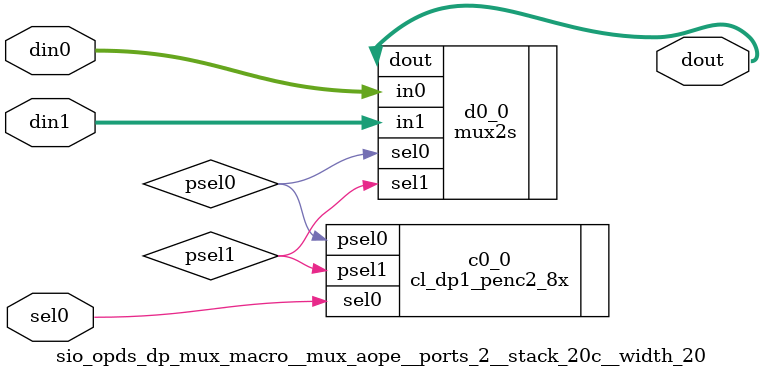
<source format=v>
module sio_opds_dp (
  opds_packet_data, 
  opds_packet_parity, 
  opddqx0_dout, 
  opddqx1_dout, 
  opddqx0_pout, 
  opddqx1_pout, 
  opdhqx_dout, 
  opcs_new_opdhqx1, 
  opcs_new_opdhqx0, 
  ncu_sio_d_pei, 
  opcs_opds_reloadhdr, 
  opcs_opds_selhdr, 
  sio_mb1_opdhq_sel, 
  sio_mb1_opddq0_sel, 
  sio_mb1_opddq1_sel, 
  opds_read_data, 
  sio_mb1_run, 
  opcs_opddq0_rd_en, 
  opcs_opddq1_rd_en, 
  opcs_opdhq_rd_en, 
  mb1_opddq0_rd_en, 
  mb1_opddq1_rd_en, 
  mb1_opdhq_rd_en, 
  opds_opddq0_rd_en, 
  opds_opddq1_rd_en, 
  opds_opdhq_rd_en, 
  opcs_opddq0_rd_addr, 
  opcs_opddq1_rd_addr, 
  opcs_opdhq_rd_addr, 
  mb1_opddq0_rd_addr, 
  mb1_opddq1_rd_addr, 
  mb1_opdhq_rd_addr, 
  opds_opddq0_rd_addr, 
  opds_opddq1_rd_addr, 
  opds_opdhq_rd_addr, 
  parity_result, 
  iol2clk, 
  tcu_scan_en, 
  scan_in, 
  tcu_aclk, 
  tcu_bclk, 
  tcu_pce_ov, 
  tcu_clk_stop, 
  scan_out);
wire se;
wire siclk;
wire soclk;
wire pce_ov;
wire stop;
wire [63:0] opdhqx1_dout;
wire [63:0] opdhqx0_dout;
wire [63:0] packet_data0;
wire [63:0] packet_data1;
wire [7:0] packet_parity;
wire ff_packet_data0_h_scanin;
wire ff_packet_data0_h_scanout;
wire [63:0] packet_data0_next;
wire ff_packet_data0_l_scanin;
wire ff_packet_data0_l_scanout;
wire ff_packet_data1_h_scanin;
wire ff_packet_data1_h_scanout;
wire [63:0] packet_data1_next;
wire ff_packet_data1_l_scanin;
wire ff_packet_data1_l_scanout;
wire [7:0] packet_parity_next;
wire [3:0] packet_parity_next_buf;
wire ff_packet_parity_scanin;
wire ff_packet_parity_scanout;
wire [63:0] opds_qx0_data;
wire [63:0] opds_qx1_data;
wire [3:0] opddqx0_pout_inv;
wire [3:0] opddqx1_pout_inv;
wire [3:0] pgenx0_;
wire [3:0] pgenx1_;
wire err_inj_lsb;
wire [63:0] opds_qx0_rewired_data;
wire [63:0] opds_qx1_rewired_data;
wire ff_opdhqxout_scanin;
wire ff_opdhqxout_scanout;
wire [31:0] opdhqx_dout_reg;
wire mbist_read_unused;


   output [127:0]    opds_packet_data ;
   output [7:0]      opds_packet_parity;

   input [63:0] opddqx0_dout;
   input [63:0] opddqx1_dout;
   input [7:0]  opddqx0_pout;
   input [7:0]  opddqx1_pout;
   input [31:0] opdhqx_dout;
   input [63:0] opcs_new_opdhqx1;
   input [63:0] opcs_new_opdhqx0;
   input 	ncu_sio_d_pei;

   input 	opcs_opds_reloadhdr;
   input 	opcs_opds_selhdr;

   // for mb1
   input        sio_mb1_opdhq_sel; 
   input 	sio_mb1_opddq0_sel; 
   input 	sio_mb1_opddq1_sel; 
   output [71:0]      opds_read_data;
  
   // for mb1 - mux between the rd_en, rd_addr
   input 	      sio_mb1_run;
   input 	      opcs_opddq0_rd_en;
   input 	      opcs_opddq1_rd_en;
   input 	      opcs_opdhq_rd_en;
   input 	      mb1_opddq0_rd_en;
   input 	      mb1_opddq1_rd_en;
   input 	      mb1_opdhq_rd_en;
   output 	      opds_opddq0_rd_en;
   output 	      opds_opddq1_rd_en;
   output 	      opds_opdhq_rd_en;   

   input  [5:0]	      opcs_opddq0_rd_addr;
   input  [5:0]	      opcs_opddq1_rd_addr;
   input  [3:0]	      opcs_opdhq_rd_addr;
   input  [5:0]	      mb1_opddq0_rd_addr;
   input  [5:0]	      mb1_opddq1_rd_addr;
   input  [3:0]	      mb1_opdhq_rd_addr;
   output [5:0]	      opds_opddq0_rd_addr;
   output [5:0]	      opds_opddq1_rd_addr;
   output [3:0]	      opds_opdhq_rd_addr;   
   output [7:0]	      parity_result;   

   input 	iol2clk;
   input 	tcu_scan_en;
   input 	scan_in;
   input 	tcu_aclk;
   input 	tcu_bclk; 
   input 	tcu_pce_ov;
   input 	tcu_clk_stop;
   output 	scan_out;

   // scan renames
   assign 	se = tcu_scan_en;
   assign 	siclk = tcu_aclk;
   assign 	soclk = tcu_bclk;
   assign 	pce_ov = tcu_pce_ov;
   assign 	stop = tcu_clk_stop;
   // end scan

   // header format SIO->IO:
   // [127:122] : Command
   //             127=Response bit
   //             126=Posted bit
   //             125=Read bit
   //             124=WriteByteMask Active
   //             123=L2 bit
   //             122=IOB bit
   // [121:84]    Reserved
   // [83:83]     Reserved
   // [82:82]     Reserved
   // [81:81]     Unmapped Address Error -- will never happen
   // [80:80]     Uncorrectable Error
   // [79:64]     ID[15:0]
   // [63:62]     Reserved
   // [61:56]     CtagEcc[5:0]
   // [55: 0]     Reserved
   

   assign opdhqx1_dout[63:0] = opcs_new_opdhqx1[63:0];
   assign opdhqx0_dout[63:0] = opcs_new_opdhqx0[63:0];

   assign 	opds_packet_data[127:0] = {packet_data0[63:0], packet_data1[63:0]};

   assign 	opds_packet_parity[7:0] = {packet_parity[7], packet_parity[6], packet_parity[5], packet_parity[4],
					   packet_parity[3], packet_parity[2], packet_parity[1], packet_parity[0]};   

   sio_opds_dp_msff_macro__stack_32l__width_32 ff_packet_data0_h   (
						     .scan_in(ff_packet_data0_h_scanin),
						     .scan_out(ff_packet_data0_h_scanout),
						     .clk (iol2clk),
						     .din (packet_data0_next[63:32]),
						     .dout (packet_data0[63:32]),
						     .en  (1'b1),
  .se(se),
  .siclk(siclk),
  .soclk(soclk),
  .pce_ov(pce_ov),
  .stop(stop)
						     );

   sio_opds_dp_msff_macro__stack_32l__width_32 ff_packet_data0_l   (
						     .scan_in(ff_packet_data0_l_scanin),
						     .scan_out(ff_packet_data0_l_scanout),
						     .clk (iol2clk),
						     .din (packet_data0_next[31:0]),
						     .dout (packet_data0[31:0]),
						     .en  (1'b1),
  .se(se),
  .siclk(siclk),
  .soclk(soclk),
  .pce_ov(pce_ov),
  .stop(stop)
						     );
   
   
   sio_opds_dp_msff_macro__stack_32l__width_32 ff_packet_data1_h   (
						     .scan_in(ff_packet_data1_h_scanin),
						     .scan_out(ff_packet_data1_h_scanout),
						     .clk (iol2clk),
						     .din (packet_data1_next[63:32]),
						     .dout (packet_data1[63:32]),
						     .en  (1'b1),
  .se(se),
  .siclk(siclk),
  .soclk(soclk),
  .pce_ov(pce_ov),
  .stop(stop)
						     );

   sio_opds_dp_msff_macro__stack_32l__width_32 ff_packet_data1_l   (
						     .scan_in(ff_packet_data1_l_scanin),
						     .scan_out(ff_packet_data1_l_scanout),
						     .clk (iol2clk),
						     .din (packet_data1_next[31:0]),
						     .dout (packet_data1[31:0]),
						     .en  (1'b1),
  .se(se),
  .siclk(siclk),
  .soclk(soclk),
  .pce_ov(pce_ov),
  .stop(stop)
						     );

   sio_opds_dp_buff_macro__minbuff_1__stack_4l__width_4  buf_packet_parity    (
                        .din (packet_parity_next[3:0]),
                        .dout (packet_parity_next_buf[3:0])
                        );
			
   sio_opds_dp_msff_macro__left_32__stack_64c__width_8 ff_packet_parity    (
						       .scan_in(ff_packet_parity_scanin),
						       .scan_out(ff_packet_parity_scanout),
						       .clk (iol2clk),
						       .din ({packet_parity_next[7:4],packet_parity_next_buf[3:0]}),
						       .dout (packet_parity[7:0]),
						       .en  (1'b1),
  .se(se),
  .siclk(siclk),
  .soclk(soclk),
  .pce_ov(pce_ov),
  .stop(stop)
						       );

				       
   assign 	packet_data0_next[63:0] = opds_qx0_data[63:0];
   assign 	packet_data1_next[63:0] = opds_qx1_data[63:0];
   assign 	packet_parity_next[7:0]	= {opddqx0_pout_inv[3:0], opddqx1_pout_inv[3:0]};

   //assign 	packet_parity_next[7:0] = {pgenx0[3], pgenx0[2], pgenx0[1], pgenx0[0],
//					   pgenx1[3], pgenx1[2], pgenx1[1], pgenx1[0]};

   sio_opds_dp_xor_macro__ports_2__stack_8r__width_8 xor_compare    (
        .din0 ({opddqx0_pout[3:0],opddqx1_pout[3:0]}),
        .din1 ({pgenx0_[3:0], pgenx1_[3:0]}),
	.dout (parity_result[7:0])
        );


   sio_opds_dp_mux_macro__mux_aope__ports_2__stack_64c__width_64  mx21_opds_qx0_data     (
	.dout (opds_qx0_data[63:0]),
	.din0 ({opdhqx0_dout[63:0]}),
	.din1 ({opddqx0_dout[63:0]}),
	.sel0 (opcs_opds_selhdr)
	);

   sio_opds_dp_mux_macro__mux_aope__ports_2__stack_64c__width_64  mx21_opds_qx1_data     (
	.dout (opds_qx1_data[63:0]),
	.din0 ({opdhqx1_dout[63:0]}),
	.din1 ({opddqx1_dout[63:1],err_inj_lsb}),
	.sel0 (opcs_opds_selhdr)
	);

   sio_opds_dp_xor_macro__left_1__stack_4r__width_1  xor2_err_inj_lsb    (
        .din0  (opddqx1_dout[0]),
        .din1  (ncu_sio_d_pei),
        .dout  (err_inj_lsb)
        );



// INTERLEAVED PARITY CODE
//
// pgenx

   assign opds_qx0_rewired_data[63:0] = {
					 opds_qx0_data[63], opds_qx0_data[61], opds_qx0_data[59], opds_qx0_data[57],
					 opds_qx0_data[55], opds_qx0_data[53], opds_qx0_data[51], opds_qx0_data[49],
					 opds_qx0_data[47], opds_qx0_data[45], opds_qx0_data[43], opds_qx0_data[41],
					 opds_qx0_data[39], opds_qx0_data[37], opds_qx0_data[35], opds_qx0_data[33],

					 opds_qx0_data[62], opds_qx0_data[60], opds_qx0_data[58], opds_qx0_data[56],
					 opds_qx0_data[54], opds_qx0_data[52], opds_qx0_data[50], opds_qx0_data[48],
					 opds_qx0_data[46], opds_qx0_data[44], opds_qx0_data[42], opds_qx0_data[40],
					 opds_qx0_data[38], opds_qx0_data[36], opds_qx0_data[34], opds_qx0_data[32],

					 opds_qx0_data[31], opds_qx0_data[29], opds_qx0_data[27], opds_qx0_data[25],
					 opds_qx0_data[23], opds_qx0_data[21], opds_qx0_data[19], opds_qx0_data[17],
					 opds_qx0_data[15], opds_qx0_data[13], opds_qx0_data[11], opds_qx0_data[ 9],
					 opds_qx0_data[ 7], opds_qx0_data[ 5], opds_qx0_data[ 3], opds_qx0_data[ 1],

					 opds_qx0_data[30], opds_qx0_data[28], opds_qx0_data[26], opds_qx0_data[24],
					 opds_qx0_data[22], opds_qx0_data[20], opds_qx0_data[18], opds_qx0_data[16],
					 opds_qx0_data[14], opds_qx0_data[12], opds_qx0_data[10], opds_qx0_data[ 8],
					 opds_qx0_data[ 6], opds_qx0_data[ 4], opds_qx0_data[ 2], opds_qx0_data[ 0]
					 };
   

   assign opds_qx1_rewired_data[63:0] = {
					 opds_qx1_data[63], opds_qx1_data[61], opds_qx1_data[59], opds_qx1_data[57],
					 opds_qx1_data[55], opds_qx1_data[53], opds_qx1_data[51], opds_qx1_data[49],
					 opds_qx1_data[47], opds_qx1_data[45], opds_qx1_data[43], opds_qx1_data[41],
					 opds_qx1_data[39], opds_qx1_data[37], opds_qx1_data[35], opds_qx1_data[33],

					 opds_qx1_data[62], opds_qx1_data[60], opds_qx1_data[58], opds_qx1_data[56],
					 opds_qx1_data[54], opds_qx1_data[52], opds_qx1_data[50], opds_qx1_data[48],
					 opds_qx1_data[46], opds_qx1_data[44], opds_qx1_data[42], opds_qx1_data[40],
					 opds_qx1_data[38], opds_qx1_data[36], opds_qx1_data[34], opds_qx1_data[32],

					 opds_qx1_data[31], opds_qx1_data[29], opds_qx1_data[27], opds_qx1_data[25],
					 opds_qx1_data[23], opds_qx1_data[21], opds_qx1_data[19], opds_qx1_data[17],
					 opds_qx1_data[15], opds_qx1_data[13], opds_qx1_data[11], opds_qx1_data[ 9],
					 opds_qx1_data[ 7], opds_qx1_data[ 5], opds_qx1_data[ 3], opds_qx1_data[ 1],

					 opds_qx1_data[30], opds_qx1_data[28], opds_qx1_data[26], opds_qx1_data[24],
					 opds_qx1_data[22], opds_qx1_data[20], opds_qx1_data[18], opds_qx1_data[16],
					 opds_qx1_data[14], opds_qx1_data[12], opds_qx1_data[10], opds_qx1_data[ 8],
					 opds_qx1_data[ 6], opds_qx1_data[ 4], opds_qx1_data[ 2], opds_qx1_data[ 0]
					 };
   


   sio_opds_dp_prty_macro__width_16 prty_pgenx03  (
	.din  (opds_qx0_rewired_data[63:48]),
	.dout (pgenx0_[3])
        );
					     
   sio_opds_dp_prty_macro__width_16 prty_pgenx02  (
	.din  (opds_qx0_rewired_data[47:32]),
	.dout (pgenx0_[2])
        );

   sio_opds_dp_prty_macro__width_16 prty_pgenx01  (
	.din  (opds_qx0_rewired_data[31:16]),
	.dout (pgenx0_[1])
        );
					     
   sio_opds_dp_prty_macro__width_16 prty_pgenx00  (
	.din  (opds_qx0_rewired_data[15:0]),
	.dout (pgenx0_[0])
        );

					     
   sio_opds_dp_prty_macro__width_16 prty_pgenx13  (
	.din  (opds_qx1_rewired_data[63:48]),
	.dout (pgenx1_[3])
        );

   sio_opds_dp_prty_macro__width_16 prty_pgenx12  (
	.din  (opds_qx1_rewired_data[47:32]),
	.dout (pgenx1_[2])
        );

   sio_opds_dp_prty_macro__width_16 prty_pgenx11  (
	.din  (opds_qx1_rewired_data[31:16]),
	.dout (pgenx1_[1])
        );

   sio_opds_dp_prty_macro__width_16 prty_pgenx10  (
	.din  (opds_qx1_rewired_data[15:0]),
	.dout (pgenx1_[0])
        );

   sio_opds_dp_inv_macro__left_0__stack_8l__width_8 inv_prty_pgenxyz     (
     .din ({opddqx0_pout[3:0], opddqx1_pout[3:0]}),
     .dout ({opddqx0_pout_inv[3:0], opddqx1_pout_inv[3:0]})
       );

   // for mb1 -- 3:1 mux of {opddqx0_pout[7:0], opddqx0_dout[63:0]} or
   //                       {opddqx1_pout[7:0], opddqx1_dout[63:0]} or
   //                       {8'd0, 32'd0 , opdhqx_dout}

   sio_opds_dp_msff_macro__stack_64c__width_32 ff_opdhqxout   (
						     .scan_in(ff_opdhqxout_scanin),
						     .scan_out(ff_opdhqxout_scanout),
						     .clk (iol2clk),
						     .din (opdhqx_dout[31:0]),
						     .dout (opdhqx_dout_reg[31:0]),
						     .en  (1'b1),
  .se(se),
  .siclk(siclk),
  .soclk(soclk),
  .pce_ov(pce_ov),
  .stop(stop)
						     );
   
   sio_opds_dp_mux_macro__mux_aonpe__ports_3__stack_72c__width_72  mx31_mbist_read_data     (
	.dout (opds_read_data[71:0]),
	.din0 ({opddqx0_pout[7:0], opddqx0_dout[63:0]}),
	.din1 ({opddqx1_pout[7:0], opddqx1_dout[63:0]}),
	.din2 ({8'h00, {32{1'b0}} , opdhqx_dout_reg[31:0]}),				       
	.sel0 (sio_mb1_opddq0_sel),
	.sel1 (sio_mb1_opddq1_sel),
	.sel2 (sio_mb1_opdhq_sel)
	);

   // for mb1 -- 2:1 mux of opcs_x or mb1_x -> opds_x
   // width = 19 = 3 (rd_ens) + 12 (dqx_rd_addr) + 4 (hq_rd_addr)
   // 
   sio_opds_dp_mux_macro__mux_aope__ports_2__stack_20c__width_20  mx21_mbist_read_controls     (
	.dout ({mbist_read_unused, opds_opddq0_rd_addr[5:0], opds_opddq1_rd_addr[5:0], opds_opdhq_rd_addr[3:0],
		opds_opddq0_rd_en, opds_opddq1_rd_en, opds_opdhq_rd_en}),

	.din0 ({1'b0, mb1_opddq0_rd_addr[5:0], mb1_opddq1_rd_addr[5:0], mb1_opdhq_rd_addr[3:0],
		mb1_opddq0_rd_en, mb1_opddq1_rd_en, mb1_opdhq_rd_en}),

	.din1 ({1'b0, opcs_opddq0_rd_addr[5:0], opcs_opddq1_rd_addr[5:0], opcs_opdhq_rd_addr[3:0],
		opcs_opddq0_rd_en, opcs_opddq1_rd_en, opcs_opdhq_rd_en}),
										  
	.sel0 (sio_mb1_run)
	);

   
   
   
// fixscan start:
assign ff_packet_data0_h_scanin  = scan_in                  ;
assign ff_packet_data0_l_scanin  = ff_packet_data0_h_scanout;
assign ff_packet_data1_h_scanin  = ff_packet_data0_l_scanout;
assign ff_packet_data1_l_scanin  = ff_packet_data1_h_scanout;
assign ff_packet_parity_scanin   = ff_packet_data1_l_scanout;
assign ff_opdhqxout_scanin       = ff_packet_parity_scanout ;
assign scan_out                  = ff_opdhqxout_scanout     ;
// fixscan end:
endmodule






// any PARAMS parms go into naming of macro

module sio_opds_dp_msff_macro__stack_32l__width_32 (
  din, 
  clk, 
  en, 
  se, 
  scan_in, 
  siclk, 
  soclk, 
  pce_ov, 
  stop, 
  dout, 
  scan_out);
wire l1clk;
wire siclk_out;
wire soclk_out;
wire [30:0] so;

  input [31:0] din;


  input clk;
  input en;
  input se;
  input scan_in;
  input siclk;
  input soclk;
  input pce_ov;
  input stop;



  output [31:0] dout;


  output scan_out;




cl_dp1_l1hdr_8x c0_0 (
.l2clk(clk),
.pce(en),
.aclk(siclk),
.bclk(soclk),
.l1clk(l1clk),
  .se(se),
  .pce_ov(pce_ov),
  .stop(stop),
  .siclk_out(siclk_out),
  .soclk_out(soclk_out)
);
dff #(32)  d0_0 (
.l1clk(l1clk),
.siclk(siclk_out),
.soclk(soclk_out),
.d(din[31:0]),
.si({scan_in,so[30:0]}),
.so({so[30:0],scan_out}),
.q(dout[31:0])
);




















endmodule









//
//   buff macro
//
//





module sio_opds_dp_buff_macro__minbuff_1__stack_4l__width_4 (
  din, 
  dout);
  input [3:0] din;
  output [3:0] dout;






buff #(4)  d0_0 (
.in(din[3:0]),
.out(dout[3:0])
);








endmodule









// any PARAMS parms go into naming of macro

module sio_opds_dp_msff_macro__left_32__stack_64c__width_8 (
  din, 
  clk, 
  en, 
  se, 
  scan_in, 
  siclk, 
  soclk, 
  pce_ov, 
  stop, 
  dout, 
  scan_out);
wire l1clk;
wire siclk_out;
wire soclk_out;
wire [6:0] so;

  input [7:0] din;


  input clk;
  input en;
  input se;
  input scan_in;
  input siclk;
  input soclk;
  input pce_ov;
  input stop;



  output [7:0] dout;


  output scan_out;




cl_dp1_l1hdr_8x c0_0 (
.l2clk(clk),
.pce(en),
.aclk(siclk),
.bclk(soclk),
.l1clk(l1clk),
  .se(se),
  .pce_ov(pce_ov),
  .stop(stop),
  .siclk_out(siclk_out),
  .soclk_out(soclk_out)
);
dff #(8)  d0_0 (
.l1clk(l1clk),
.siclk(siclk_out),
.soclk(soclk_out),
.d(din[7:0]),
.si({scan_in,so[6:0]}),
.so({so[6:0],scan_out}),
.q(dout[7:0])
);




















endmodule









//
//   xor macro for ports = 2,3
//
//





module sio_opds_dp_xor_macro__ports_2__stack_8r__width_8 (
  din0, 
  din1, 
  dout);
  input [7:0] din0;
  input [7:0] din1;
  output [7:0] dout;





xor2 #(8)  d0_0 (
.in0(din0[7:0]),
.in1(din1[7:0]),
.out(dout[7:0])
);








endmodule





// general mux macro for pass-gate and and-or muxes with/wout priority encoders
// also for pass-gate with decoder





// any PARAMS parms go into naming of macro

module sio_opds_dp_mux_macro__mux_aope__ports_2__stack_64c__width_64 (
  din0, 
  din1, 
  sel0, 
  dout);
wire psel0;
wire psel1;

  input [63:0] din0;
  input [63:0] din1;
  input sel0;
  output [63:0] dout;





cl_dp1_penc2_8x  c0_0 (
 .sel0(sel0),
 .psel0(psel0),
 .psel1(psel1)
);

mux2s #(64)  d0_0 (
  .sel0(psel0),
  .sel1(psel1),
  .in0(din0[63:0]),
  .in1(din1[63:0]),
.dout(dout[63:0])
);









  



endmodule


//
//   xor macro for ports = 2,3
//
//





module sio_opds_dp_xor_macro__left_1__stack_4r__width_1 (
  din0, 
  din1, 
  dout);
  input [0:0] din0;
  input [0:0] din1;
  output [0:0] dout;





xor2 #(1)  d0_0 (
.in0(din0[0:0]),
.in1(din1[0:0]),
.out(dout[0:0])
);








endmodule





//
//   parity macro (even parity)
//
//





module sio_opds_dp_prty_macro__width_16 (
  din, 
  dout);
  input [15:0] din;
  output dout;







prty #(16)  m0_0 (
.in(din[15:0]),
.out(dout)
);










endmodule





//
//   invert macro
//
//





module sio_opds_dp_inv_macro__left_0__stack_8l__width_8 (
  din, 
  dout);
  input [7:0] din;
  output [7:0] dout;






inv #(8)  d0_0 (
.in(din[7:0]),
.out(dout[7:0])
);









endmodule









// any PARAMS parms go into naming of macro

module sio_opds_dp_msff_macro__stack_64c__width_32 (
  din, 
  clk, 
  en, 
  se, 
  scan_in, 
  siclk, 
  soclk, 
  pce_ov, 
  stop, 
  dout, 
  scan_out);
wire l1clk;
wire siclk_out;
wire soclk_out;
wire [30:0] so;

  input [31:0] din;


  input clk;
  input en;
  input se;
  input scan_in;
  input siclk;
  input soclk;
  input pce_ov;
  input stop;



  output [31:0] dout;


  output scan_out;




cl_dp1_l1hdr_8x c0_0 (
.l2clk(clk),
.pce(en),
.aclk(siclk),
.bclk(soclk),
.l1clk(l1clk),
  .se(se),
  .pce_ov(pce_ov),
  .stop(stop),
  .siclk_out(siclk_out),
  .soclk_out(soclk_out)
);
dff #(32)  d0_0 (
.l1clk(l1clk),
.siclk(siclk_out),
.soclk(soclk_out),
.d(din[31:0]),
.si({scan_in,so[30:0]}),
.so({so[30:0],scan_out}),
.q(dout[31:0])
);




















endmodule









// general mux macro for pass-gate and and-or muxes with/wout priority encoders
// also for pass-gate with decoder





// any PARAMS parms go into naming of macro

module sio_opds_dp_mux_macro__mux_aonpe__ports_3__stack_72c__width_72 (
  din0, 
  sel0, 
  din1, 
  sel1, 
  din2, 
  sel2, 
  dout);
wire buffout0;
wire buffout1;
wire buffout2;

  input [71:0] din0;
  input sel0;
  input [71:0] din1;
  input sel1;
  input [71:0] din2;
  input sel2;
  output [71:0] dout;





cl_dp1_muxbuff3_8x  c0_0 (
 .in0(sel0),
 .in1(sel1),
 .in2(sel2),
 .out0(buffout0),
 .out1(buffout1),
 .out2(buffout2)
);
mux3s #(72)  d0_0 (
  .sel0(buffout0),
  .sel1(buffout1),
  .sel2(buffout2),
  .in0(din0[71:0]),
  .in1(din1[71:0]),
  .in2(din2[71:0]),
.dout(dout[71:0])
);









  



endmodule


// general mux macro for pass-gate and and-or muxes with/wout priority encoders
// also for pass-gate with decoder





// any PARAMS parms go into naming of macro

module sio_opds_dp_mux_macro__mux_aope__ports_2__stack_20c__width_20 (
  din0, 
  din1, 
  sel0, 
  dout);
wire psel0;
wire psel1;

  input [19:0] din0;
  input [19:0] din1;
  input sel0;
  output [19:0] dout;





cl_dp1_penc2_8x  c0_0 (
 .sel0(sel0),
 .psel0(psel0),
 .psel1(psel1)
);

mux2s #(20)  d0_0 (
  .sel0(psel0),
  .sel1(psel1),
  .in0(din0[19:0]),
  .in1(din1[19:0]),
.dout(dout[19:0])
);









  



endmodule


</source>
